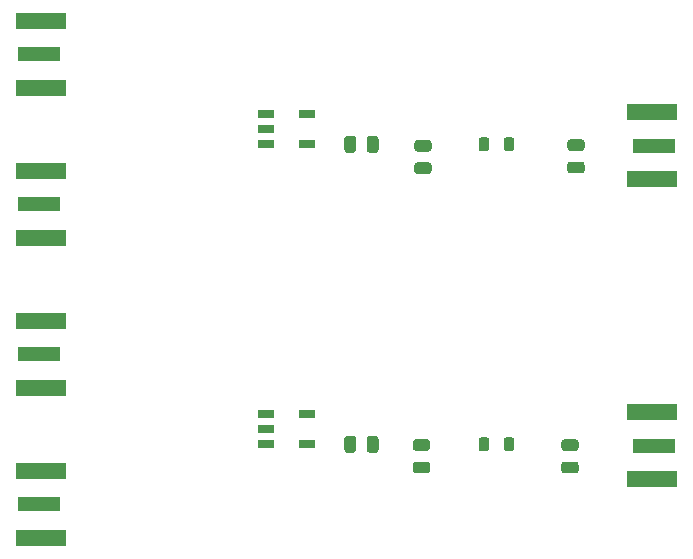
<source format=gbr>
%TF.GenerationSoftware,KiCad,Pcbnew,(5.1.9)-1*%
%TF.CreationDate,2021-02-08T08:19:44-05:00*%
%TF.ProjectId,BalunAndLowPass,42616c75-6e41-46e6-944c-6f7750617373,rev?*%
%TF.SameCoordinates,Original*%
%TF.FileFunction,Soldermask,Top*%
%TF.FilePolarity,Negative*%
%FSLAX46Y46*%
G04 Gerber Fmt 4.6, Leading zero omitted, Abs format (unit mm)*
G04 Created by KiCad (PCBNEW (5.1.9)-1) date 2021-02-08 08:19:44*
%MOMM*%
%LPD*%
G01*
G04 APERTURE LIST*
%ADD10R,1.400000X0.760000*%
%ADD11R,4.200000X1.350000*%
%ADD12R,3.600000X1.270000*%
G04 APERTURE END LIST*
D10*
%TO.C,TR2*%
X71945000Y-69850000D03*
X71945000Y-68580000D03*
X71945000Y-67310000D03*
X75375000Y-67310000D03*
X75375000Y-69850000D03*
%TD*%
%TO.C,TR1*%
X71945000Y-95250000D03*
X71945000Y-93980000D03*
X71945000Y-92710000D03*
X75375000Y-92710000D03*
X75375000Y-95250000D03*
%TD*%
%TO.C,L2*%
G36*
G01*
X90815000Y-69468750D02*
X90815000Y-70231250D01*
G75*
G02*
X90596250Y-70450000I-218750J0D01*
G01*
X90158750Y-70450000D01*
G75*
G02*
X89940000Y-70231250I0J218750D01*
G01*
X89940000Y-69468750D01*
G75*
G02*
X90158750Y-69250000I218750J0D01*
G01*
X90596250Y-69250000D01*
G75*
G02*
X90815000Y-69468750I0J-218750D01*
G01*
G37*
G36*
G01*
X92940000Y-69468750D02*
X92940000Y-70231250D01*
G75*
G02*
X92721250Y-70450000I-218750J0D01*
G01*
X92283750Y-70450000D01*
G75*
G02*
X92065000Y-70231250I0J218750D01*
G01*
X92065000Y-69468750D01*
G75*
G02*
X92283750Y-69250000I218750J0D01*
G01*
X92721250Y-69250000D01*
G75*
G02*
X92940000Y-69468750I0J-218750D01*
G01*
G37*
%TD*%
%TO.C,L1*%
G36*
G01*
X90815000Y-94868750D02*
X90815000Y-95631250D01*
G75*
G02*
X90596250Y-95850000I-218750J0D01*
G01*
X90158750Y-95850000D01*
G75*
G02*
X89940000Y-95631250I0J218750D01*
G01*
X89940000Y-94868750D01*
G75*
G02*
X90158750Y-94650000I218750J0D01*
G01*
X90596250Y-94650000D01*
G75*
G02*
X90815000Y-94868750I0J-218750D01*
G01*
G37*
G36*
G01*
X92940000Y-94868750D02*
X92940000Y-95631250D01*
G75*
G02*
X92721250Y-95850000I-218750J0D01*
G01*
X92283750Y-95850000D01*
G75*
G02*
X92065000Y-95631250I0J218750D01*
G01*
X92065000Y-94868750D01*
G75*
G02*
X92283750Y-94650000I218750J0D01*
G01*
X92721250Y-94650000D01*
G75*
G02*
X92940000Y-94868750I0J-218750D01*
G01*
G37*
%TD*%
D11*
%TO.C,J6*%
X104575000Y-92552000D03*
X104575000Y-98202000D03*
D12*
X104775000Y-95377000D03*
%TD*%
D11*
%TO.C,J5*%
X104575000Y-67152000D03*
X104575000Y-72802000D03*
D12*
X104775000Y-69977000D03*
%TD*%
D11*
%TO.C,J4*%
X52905000Y-90455000D03*
X52905000Y-84805000D03*
D12*
X52705000Y-87630000D03*
%TD*%
D11*
%TO.C,J3*%
X52905000Y-103155000D03*
X52905000Y-97505000D03*
D12*
X52705000Y-100330000D03*
%TD*%
D11*
%TO.C,J2*%
X52905000Y-65055000D03*
X52905000Y-59405000D03*
D12*
X52705000Y-62230000D03*
%TD*%
D11*
%TO.C,J1*%
X52905000Y-77755000D03*
X52905000Y-72105000D03*
D12*
X52705000Y-74930000D03*
%TD*%
%TO.C,CC2*%
G36*
G01*
X79560000Y-69375000D02*
X79560000Y-70325000D01*
G75*
G02*
X79310000Y-70575000I-250000J0D01*
G01*
X78810000Y-70575000D01*
G75*
G02*
X78560000Y-70325000I0J250000D01*
G01*
X78560000Y-69375000D01*
G75*
G02*
X78810000Y-69125000I250000J0D01*
G01*
X79310000Y-69125000D01*
G75*
G02*
X79560000Y-69375000I0J-250000D01*
G01*
G37*
G36*
G01*
X81460000Y-69375000D02*
X81460000Y-70325000D01*
G75*
G02*
X81210000Y-70575000I-250000J0D01*
G01*
X80710000Y-70575000D01*
G75*
G02*
X80460000Y-70325000I0J250000D01*
G01*
X80460000Y-69375000D01*
G75*
G02*
X80710000Y-69125000I250000J0D01*
G01*
X81210000Y-69125000D01*
G75*
G02*
X81460000Y-69375000I0J-250000D01*
G01*
G37*
%TD*%
%TO.C,CC1*%
G36*
G01*
X79560000Y-94775000D02*
X79560000Y-95725000D01*
G75*
G02*
X79310000Y-95975000I-250000J0D01*
G01*
X78810000Y-95975000D01*
G75*
G02*
X78560000Y-95725000I0J250000D01*
G01*
X78560000Y-94775000D01*
G75*
G02*
X78810000Y-94525000I250000J0D01*
G01*
X79310000Y-94525000D01*
G75*
G02*
X79560000Y-94775000I0J-250000D01*
G01*
G37*
G36*
G01*
X81460000Y-94775000D02*
X81460000Y-95725000D01*
G75*
G02*
X81210000Y-95975000I-250000J0D01*
G01*
X80710000Y-95975000D01*
G75*
G02*
X80460000Y-95725000I0J250000D01*
G01*
X80460000Y-94775000D01*
G75*
G02*
X80710000Y-94525000I250000J0D01*
G01*
X81210000Y-94525000D01*
G75*
G02*
X81460000Y-94775000I0J-250000D01*
G01*
G37*
%TD*%
%TO.C,C4*%
G36*
G01*
X97696000Y-71316000D02*
X98646000Y-71316000D01*
G75*
G02*
X98896000Y-71566000I0J-250000D01*
G01*
X98896000Y-72066000D01*
G75*
G02*
X98646000Y-72316000I-250000J0D01*
G01*
X97696000Y-72316000D01*
G75*
G02*
X97446000Y-72066000I0J250000D01*
G01*
X97446000Y-71566000D01*
G75*
G02*
X97696000Y-71316000I250000J0D01*
G01*
G37*
G36*
G01*
X97696000Y-69416000D02*
X98646000Y-69416000D01*
G75*
G02*
X98896000Y-69666000I0J-250000D01*
G01*
X98896000Y-70166000D01*
G75*
G02*
X98646000Y-70416000I-250000J0D01*
G01*
X97696000Y-70416000D01*
G75*
G02*
X97446000Y-70166000I0J250000D01*
G01*
X97446000Y-69666000D01*
G75*
G02*
X97696000Y-69416000I250000J0D01*
G01*
G37*
%TD*%
%TO.C,C3*%
G36*
G01*
X84742000Y-71377000D02*
X85692000Y-71377000D01*
G75*
G02*
X85942000Y-71627000I0J-250000D01*
G01*
X85942000Y-72127000D01*
G75*
G02*
X85692000Y-72377000I-250000J0D01*
G01*
X84742000Y-72377000D01*
G75*
G02*
X84492000Y-72127000I0J250000D01*
G01*
X84492000Y-71627000D01*
G75*
G02*
X84742000Y-71377000I250000J0D01*
G01*
G37*
G36*
G01*
X84742000Y-69477000D02*
X85692000Y-69477000D01*
G75*
G02*
X85942000Y-69727000I0J-250000D01*
G01*
X85942000Y-70227000D01*
G75*
G02*
X85692000Y-70477000I-250000J0D01*
G01*
X84742000Y-70477000D01*
G75*
G02*
X84492000Y-70227000I0J250000D01*
G01*
X84492000Y-69727000D01*
G75*
G02*
X84742000Y-69477000I250000J0D01*
G01*
G37*
%TD*%
%TO.C,C2*%
G36*
G01*
X97188000Y-96716000D02*
X98138000Y-96716000D01*
G75*
G02*
X98388000Y-96966000I0J-250000D01*
G01*
X98388000Y-97466000D01*
G75*
G02*
X98138000Y-97716000I-250000J0D01*
G01*
X97188000Y-97716000D01*
G75*
G02*
X96938000Y-97466000I0J250000D01*
G01*
X96938000Y-96966000D01*
G75*
G02*
X97188000Y-96716000I250000J0D01*
G01*
G37*
G36*
G01*
X97188000Y-94816000D02*
X98138000Y-94816000D01*
G75*
G02*
X98388000Y-95066000I0J-250000D01*
G01*
X98388000Y-95566000D01*
G75*
G02*
X98138000Y-95816000I-250000J0D01*
G01*
X97188000Y-95816000D01*
G75*
G02*
X96938000Y-95566000I0J250000D01*
G01*
X96938000Y-95066000D01*
G75*
G02*
X97188000Y-94816000I250000J0D01*
G01*
G37*
%TD*%
%TO.C,C1*%
G36*
G01*
X84615000Y-96716000D02*
X85565000Y-96716000D01*
G75*
G02*
X85815000Y-96966000I0J-250000D01*
G01*
X85815000Y-97466000D01*
G75*
G02*
X85565000Y-97716000I-250000J0D01*
G01*
X84615000Y-97716000D01*
G75*
G02*
X84365000Y-97466000I0J250000D01*
G01*
X84365000Y-96966000D01*
G75*
G02*
X84615000Y-96716000I250000J0D01*
G01*
G37*
G36*
G01*
X84615000Y-94816000D02*
X85565000Y-94816000D01*
G75*
G02*
X85815000Y-95066000I0J-250000D01*
G01*
X85815000Y-95566000D01*
G75*
G02*
X85565000Y-95816000I-250000J0D01*
G01*
X84615000Y-95816000D01*
G75*
G02*
X84365000Y-95566000I0J250000D01*
G01*
X84365000Y-95066000D01*
G75*
G02*
X84615000Y-94816000I250000J0D01*
G01*
G37*
%TD*%
M02*

</source>
